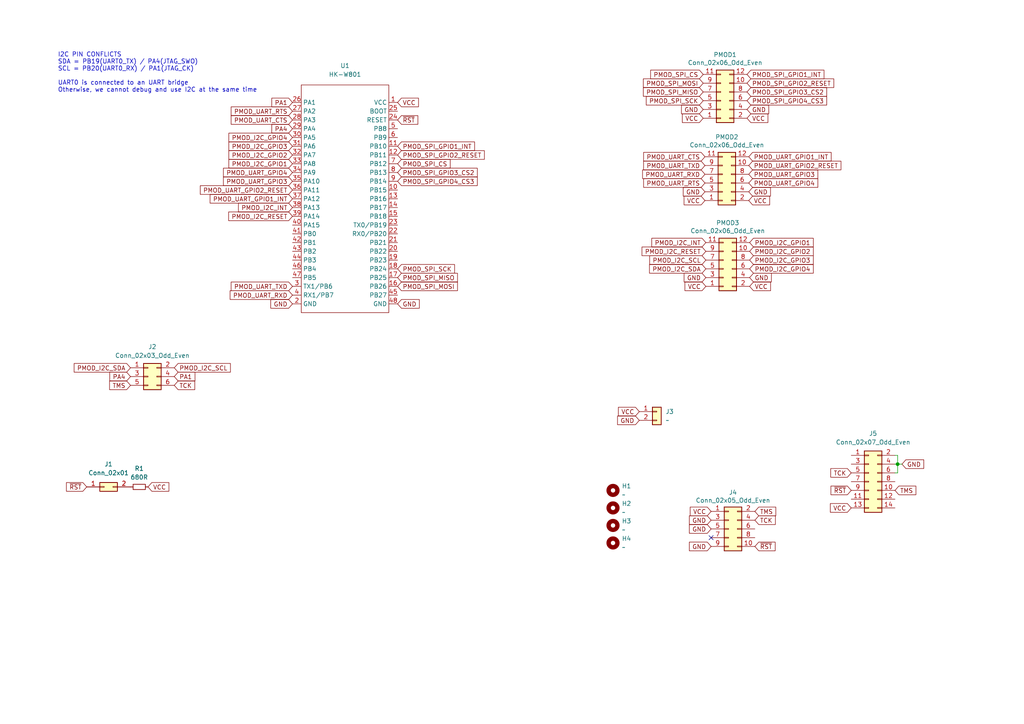
<source format=kicad_sch>
(kicad_sch (version 20211123) (generator eeschema)
  (paper "A4")
  (lib_symbols
    (symbol "AvS_Boards:HK-W801"
      (property "Reference" "U" (at 0 0 0))
      (property "Value" "HK-W801" (at 0 38.1 0))
      (symbol "HK-W801_0_1"
        (rectangle (start -12.7 34.29) (end 12.7 -31.75))
      )
      (symbol "HK-W801_1_1"
        (pin bidirectional line (at 15.24 29.21 180) (length 2.54) (name "VCC") (number "1"))
        (pin bidirectional line (at 15.24 3.81 180) (length 2.54) (name "PB15") (number "10"))
        (pin bidirectional line (at 15.24 16.51 180) (length 2.54) (name "PB10") (number "11"))
        (pin bidirectional line (at 15.24 13.97 180) (length 2.54) (name "PB11") (number "12"))
        (pin bidirectional line (at 15.24 1.27 180) (length 2.54) (name "PB16") (number "13"))
        (pin bidirectional line (at 15.24 -1.27 180) (length 2.54) (name "PB17") (number "14"))
        (pin bidirectional line (at 15.24 -3.81 180) (length 2.54) (name "PB18") (number "15"))
        (pin bidirectional line (at 15.24 -24.13 180) (length 2.54) (name "PB26") (number "16"))
        (pin bidirectional line (at 15.24 -21.59 180) (length 2.54) (name "PB25") (number "17"))
        (pin bidirectional line (at 15.24 -19.05 180) (length 2.54) (name "PB24") (number "18"))
        (pin bidirectional line (at 15.24 -16.51 180) (length 2.54) (name "PB23") (number "19"))
        (pin bidirectional line (at -15.24 -29.21 0) (length 2.54) (name "GND") (number "2"))
        (pin bidirectional line (at 15.24 -13.97 180) (length 2.54) (name "PB22") (number "20"))
        (pin bidirectional line (at 15.24 -11.43 180) (length 2.54) (name "PB21") (number "21"))
        (pin bidirectional line (at 15.24 -8.89 180) (length 2.54) (name "RX0/PB20") (number "22"))
        (pin bidirectional line (at 15.24 -6.35 180) (length 2.54) (name "TX0/PB19") (number "23"))
        (pin bidirectional line (at 15.24 24.13 180) (length 2.54) (name "RESET") (number "24"))
        (pin bidirectional line (at 15.24 26.67 180) (length 2.54) (name "BOOT") (number "25"))
        (pin bidirectional line (at -15.24 29.21 0) (length 2.54) (name "PA1") (number "26"))
        (pin bidirectional line (at -15.24 26.67 0) (length 2.54) (name "PA2") (number "27"))
        (pin bidirectional line (at -15.24 24.13 0) (length 2.54) (name "PA3") (number "28"))
        (pin bidirectional line (at -15.24 21.59 0) (length 2.54) (name "PA4") (number "29"))
        (pin bidirectional line (at -15.24 -24.13 0) (length 2.54) (name "TX1/PB6") (number "3"))
        (pin bidirectional line (at -15.24 19.05 0) (length 2.54) (name "PA5") (number "30"))
        (pin bidirectional line (at -15.24 16.51 0) (length 2.54) (name "PA6") (number "31"))
        (pin bidirectional line (at -15.24 13.97 0) (length 2.54) (name "PA7") (number "32"))
        (pin bidirectional line (at -15.24 11.43 0) (length 2.54) (name "PA8") (number "33"))
        (pin bidirectional line (at -15.24 8.89 0) (length 2.54) (name "PA9") (number "34"))
        (pin bidirectional line (at -15.24 6.35 0) (length 2.54) (name "PA10") (number "35"))
        (pin bidirectional line (at -15.24 3.81 0) (length 2.54) (name "PA11") (number "36"))
        (pin bidirectional line (at -15.24 1.27 0) (length 2.54) (name "PA12") (number "37"))
        (pin bidirectional line (at -15.24 -1.27 0) (length 2.54) (name "PA13") (number "38"))
        (pin bidirectional line (at -15.24 -3.81 0) (length 2.54) (name "PA14") (number "39"))
        (pin bidirectional line (at -15.24 -26.67 0) (length 2.54) (name "RX1/PB7") (number "4"))
        (pin bidirectional line (at -15.24 -6.35 0) (length 2.54) (name "PA15") (number "40"))
        (pin bidirectional line (at -15.24 -8.89 0) (length 2.54) (name "PB0") (number "41"))
        (pin bidirectional line (at -15.24 -11.43 0) (length 2.54) (name "PB1") (number "42"))
        (pin bidirectional line (at -15.24 -13.97 0) (length 2.54) (name "PB2") (number "43"))
        (pin bidirectional line (at -15.24 -16.51 0) (length 2.54) (name "PB3") (number "44"))
        (pin bidirectional line (at 15.24 -26.67 180) (length 2.54) (name "PB27") (number "45"))
        (pin bidirectional line (at -15.24 -19.05 0) (length 2.54) (name "PB4") (number "46"))
        (pin bidirectional line (at -15.24 -21.59 0) (length 2.54) (name "PB5") (number "47"))
        (pin bidirectional line (at 15.24 -29.21 180) (length 2.54) (name "GND") (number "48"))
        (pin bidirectional line (at 15.24 21.59 180) (length 2.54) (name "PB8") (number "5"))
        (pin bidirectional line (at 15.24 19.05 180) (length 2.54) (name "PB9") (number "6"))
        (pin bidirectional line (at 15.24 11.43 180) (length 2.54) (name "PB12") (number "7"))
        (pin bidirectional line (at 15.24 8.89 180) (length 2.54) (name "PB13") (number "8"))
        (pin bidirectional line (at 15.24 6.35 180) (length 2.54) (name "PB14") (number "9"))
      )
    )
    (symbol "Connector_Generic:Conn_01x02" (pin_names (offset 1.016) hide)
      (property "Reference" "J" (at 0 2.54 0))
      (property "Value" "Conn_01x02" (at 0 -5.08 0))
      (symbol "Conn_01x02_1_1"
        (rectangle (start -1.27 -2.413) (end 0 -2.667) (stroke (width 0.1524)))
        (rectangle (start -1.27 0.127) (end 0 -0.127) (stroke (width 0.1524)))
        (rectangle (start -1.27 1.27) (end 1.27 -3.81) (stroke (width 0.254)) (fill (type background)))
        (pin passive line (at -5.08 0 0) (length 3.81) (name "Pin_1") (number "1"))
        (pin passive line (at -5.08 -2.54 0) (length 3.81) (name "Pin_2") (number "2"))
      )
    )
    (symbol "Connector_Generic:Conn_02x01" (pin_names (offset 1.016) hide)
      (property "Reference" "J" (at 1.27 2.54 0))
      (property "Value" "Conn_02x01" (at 1.27 -2.54 0))
      (symbol "Conn_02x01_1_1"
        (rectangle (start -1.27 0.127) (end 0 -0.127) (stroke (width 0.1524)))
        (rectangle (start -1.27 1.27) (end 3.81 -1.27) (stroke (width 0.254)) (fill (type background)))
        (rectangle (start 3.81 0.127) (end 2.54 -0.127) (stroke (width 0.1524)))
        (pin passive line (at -5.08 0 0) (length 3.81) (name "Pin_1") (number "1"))
        (pin passive line (at 7.62 0 180) (length 3.81) (name "Pin_2") (number "2"))
      )
    )
    (symbol "Connector_Generic:Conn_02x03_Odd_Even" (pin_names (offset 1.016) hide)
      (property "Reference" "J" (at 1.27 5.08 0))
      (property "Value" "Conn_02x03_Odd_Even" (at 1.27 -5.08 0))
      (symbol "Conn_02x03_Odd_Even_1_1"
        (rectangle (start -1.27 -2.413) (end 0 -2.667) (stroke (width 0.1524)))
        (rectangle (start -1.27 0.127) (end 0 -0.127) (stroke (width 0.1524)))
        (rectangle (start -1.27 2.667) (end 0 2.413) (stroke (width 0.1524)))
        (rectangle (start -1.27 3.81) (end 3.81 -3.81) (stroke (width 0.254)) (fill (type background)))
        (rectangle (start 3.81 -2.413) (end 2.54 -2.667) (stroke (width 0.1524)))
        (rectangle (start 3.81 0.127) (end 2.54 -0.127) (stroke (width 0.1524)))
        (rectangle (start 3.81 2.667) (end 2.54 2.413) (stroke (width 0.1524)))
        (pin passive line (at -5.08 2.54 0) (length 3.81) (name "Pin_1") (number "1"))
        (pin passive line (at 7.62 2.54 180) (length 3.81) (name "Pin_2") (number "2"))
        (pin passive line (at -5.08 0 0) (length 3.81) (name "Pin_3") (number "3"))
        (pin passive line (at 7.62 0 180) (length 3.81) (name "Pin_4") (number "4"))
        (pin passive line (at -5.08 -2.54 0) (length 3.81) (name "Pin_5") (number "5"))
        (pin passive line (at 7.62 -2.54 180) (length 3.81) (name "Pin_6") (number "6"))
      )
    )
    (symbol "Connector_Generic:Conn_02x05_Odd_Even" (pin_names (offset 1.016) hide)
      (property "Reference" "J" (at 1.27 7.62 0))
      (property "Value" "Conn_02x05_Odd_Even" (at 1.27 -7.62 0))
      (symbol "Conn_02x05_Odd_Even_1_1"
        (rectangle (start -1.27 -4.953) (end 0 -5.207) (stroke (width 0.1524)))
        (rectangle (start -1.27 -2.413) (end 0 -2.667) (stroke (width 0.1524)))
        (rectangle (start -1.27 0.127) (end 0 -0.127) (stroke (width 0.1524)))
        (rectangle (start -1.27 2.667) (end 0 2.413) (stroke (width 0.1524)))
        (rectangle (start -1.27 5.207) (end 0 4.953) (stroke (width 0.1524)))
        (rectangle (start -1.27 6.35) (end 3.81 -6.35) (stroke (width 0.254)) (fill (type background)))
        (rectangle (start 3.81 -4.953) (end 2.54 -5.207) (stroke (width 0.1524)))
        (rectangle (start 3.81 -2.413) (end 2.54 -2.667) (stroke (width 0.1524)))
        (rectangle (start 3.81 0.127) (end 2.54 -0.127) (stroke (width 0.1524)))
        (rectangle (start 3.81 2.667) (end 2.54 2.413) (stroke (width 0.1524)))
        (rectangle (start 3.81 5.207) (end 2.54 4.953) (stroke (width 0.1524)))
        (pin passive line (at -5.08 5.08 0) (length 3.81) (name "Pin_1") (number "1"))
        (pin passive line (at 7.62 -5.08 180) (length 3.81) (name "Pin_10") (number "10"))
        (pin passive line (at 7.62 5.08 180) (length 3.81) (name "Pin_2") (number "2"))
        (pin passive line (at -5.08 2.54 0) (length 3.81) (name "Pin_3") (number "3"))
        (pin passive line (at 7.62 2.54 180) (length 3.81) (name "Pin_4") (number "4"))
        (pin passive line (at -5.08 0 0) (length 3.81) (name "Pin_5") (number "5"))
        (pin passive line (at 7.62 0 180) (length 3.81) (name "Pin_6") (number "6"))
        (pin passive line (at -5.08 -2.54 0) (length 3.81) (name "Pin_7") (number "7"))
        (pin passive line (at 7.62 -2.54 180) (length 3.81) (name "Pin_8") (number "8"))
        (pin passive line (at -5.08 -5.08 0) (length 3.81) (name "Pin_9") (number "9"))
      )
    )
    (symbol "Connector_Generic:Conn_02x06_Odd_Even" (pin_names (offset 1.016) hide)
      (property "Reference" "J" (at 1.27 7.62 0))
      (property "Value" "Conn_02x06_Odd_Even" (at 1.27 -10.16 0))
      (symbol "Conn_02x06_Odd_Even_1_1"
        (rectangle (start -1.27 -7.493) (end 0 -7.747) (stroke (width 0.1524)))
        (rectangle (start -1.27 -4.953) (end 0 -5.207) (stroke (width 0.1524)))
        (rectangle (start -1.27 -2.413) (end 0 -2.667) (stroke (width 0.1524)))
        (rectangle (start -1.27 0.127) (end 0 -0.127) (stroke (width 0.1524)))
        (rectangle (start -1.27 2.667) (end 0 2.413) (stroke (width 0.1524)))
        (rectangle (start -1.27 5.207) (end 0 4.953) (stroke (width 0.1524)))
        (rectangle (start -1.27 6.35) (end 3.81 -8.89) (stroke (width 0.254)) (fill (type background)))
        (rectangle (start 3.81 -7.493) (end 2.54 -7.747) (stroke (width 0.1524)))
        (rectangle (start 3.81 -4.953) (end 2.54 -5.207) (stroke (width 0.1524)))
        (rectangle (start 3.81 -2.413) (end 2.54 -2.667) (stroke (width 0.1524)))
        (rectangle (start 3.81 0.127) (end 2.54 -0.127) (stroke (width 0.1524)))
        (rectangle (start 3.81 2.667) (end 2.54 2.413) (stroke (width 0.1524)))
        (rectangle (start 3.81 5.207) (end 2.54 4.953) (stroke (width 0.1524)))
        (pin passive line (at -5.08 5.08 0) (length 3.81) (name "Pin_1") (number "1"))
        (pin passive line (at 7.62 -5.08 180) (length 3.81) (name "Pin_10") (number "10"))
        (pin passive line (at -5.08 -7.62 0) (length 3.81) (name "Pin_11") (number "11"))
        (pin passive line (at 7.62 -7.62 180) (length 3.81) (name "Pin_12") (number "12"))
        (pin passive line (at 7.62 5.08 180) (length 3.81) (name "Pin_2") (number "2"))
        (pin passive line (at -5.08 2.54 0) (length 3.81) (name "Pin_3") (number "3"))
        (pin passive line (at 7.62 2.54 180) (length 3.81) (name "Pin_4") (number "4"))
        (pin passive line (at -5.08 0 0) (length 3.81) (name "Pin_5") (number "5"))
        (pin passive line (at 7.62 0 180) (length 3.81) (name "Pin_6") (number "6"))
        (pin passive line (at -5.08 -2.54 0) (length 3.81) (name "Pin_7") (number "7"))
        (pin passive line (at 7.62 -2.54 180) (length 3.81) (name "Pin_8") (number "8"))
        (pin passive line (at -5.08 -5.08 0) (length 3.81) (name "Pin_9") (number "9"))
      )
    )
    (symbol "Connector_Generic:Conn_02x07_Odd_Even" (pin_names (offset 1.016) hide)
      (property "Reference" "J" (at 1.27 10.16 0))
      (property "Value" "Conn_02x07_Odd_Even" (at 1.27 -10.16 0))
      (symbol "Conn_02x07_Odd_Even_1_1"
        (rectangle (start -1.27 -7.493) (end 0 -7.747) (stroke (width 0.1524)))
        (rectangle (start -1.27 -4.953) (end 0 -5.207) (stroke (width 0.1524)))
        (rectangle (start -1.27 -2.413) (end 0 -2.667) (stroke (width 0.1524)))
        (rectangle (start -1.27 0.127) (end 0 -0.127) (stroke (width 0.1524)))
        (rectangle (start -1.27 2.667) (end 0 2.413) (stroke (width 0.1524)))
        (rectangle (start -1.27 5.207) (end 0 4.953) (stroke (width 0.1524)))
        (rectangle (start -1.27 7.747) (end 0 7.493) (stroke (width 0.1524)))
        (rectangle (start -1.27 8.89) (end 3.81 -8.89) (stroke (width 0.254)) (fill (type background)))
        (rectangle (start 3.81 -7.493) (end 2.54 -7.747) (stroke (width 0.1524)))
        (rectangle (start 3.81 -4.953) (end 2.54 -5.207) (stroke (width 0.1524)))
        (rectangle (start 3.81 -2.413) (end 2.54 -2.667) (stroke (width 0.1524)))
        (rectangle (start 3.81 0.127) (end 2.54 -0.127) (stroke (width 0.1524)))
        (rectangle (start 3.81 2.667) (end 2.54 2.413) (stroke (width 0.1524)))
        (rectangle (start 3.81 5.207) (end 2.54 4.953) (stroke (width 0.1524)))
        (rectangle (start 3.81 7.747) (end 2.54 7.493) (stroke (width 0.1524)))
        (pin passive line (at -5.08 7.62 0) (length 3.81) (name "Pin_1") (number "1"))
        (pin passive line (at 7.62 -2.54 180) (length 3.81) (name "Pin_10") (number "10"))
        (pin passive line (at -5.08 -5.08 0) (length 3.81) (name "Pin_11") (number "11"))
        (pin passive line (at 7.62 -5.08 180) (length 3.81) (name "Pin_12") (number "12"))
        (pin passive line (at -5.08 -7.62 0) (length 3.81) (name "Pin_13") (number "13"))
        (pin passive line (at 7.62 -7.62 180) (length 3.81) (name "Pin_14") (number "14"))
        (pin passive line (at 7.62 7.62 180) (length 3.81) (name "Pin_2") (number "2"))
        (pin passive line (at -5.08 5.08 0) (length 3.81) (name "Pin_3") (number "3"))
        (pin passive line (at 7.62 5.08 180) (length 3.81) (name "Pin_4") (number "4"))
        (pin passive line (at -5.08 2.54 0) (length 3.81) (name "Pin_5") (number "5"))
        (pin passive line (at 7.62 2.54 180) (length 3.81) (name "Pin_6") (number "6"))
        (pin passive line (at -5.08 0 0) (length 3.81) (name "Pin_7") (number "7"))
        (pin passive line (at 7.62 0 180) (length 3.81) (name "Pin_8") (number "8"))
        (pin passive line (at -5.08 -2.54 0) (length 3.81) (name "Pin_9") (number "9"))
      )
    )
    (symbol "Device:R_Small" (pin_numbers hide) (pin_names (offset 0.254) hide)
      (property "Reference" "R" (at 0.762 0.508 0))
      (property "Value" "R_Small" (at 0.762 -1.016 0))
      (symbol "R_Small_0_1"
        (rectangle (start -0.762 1.778) (end 0.762 -1.778) (stroke (width 0.2032)))
      )
      (symbol "R_Small_1_1"
        (pin passive line (at 0 2.54 270) (length 0.762) (name "~") (number "1"))
        (pin passive line (at 0 -2.54 90) (length 0.762) (name "~") (number "2"))
      )
    )
    (symbol "Mechanical:MountingHole" (pin_names (offset 1.016))
      (property "Reference" "H" (at 0 5.08 0))
      (property "Value" "MountingHole" (at 0 3.175 0))
      (symbol "MountingHole_0_1"
        (circle (center 0 0) (radius 1.27) (stroke (width 1.27)))
      )
    )
  )
  (junction (at 260.35 134.62))
  (no_connect (at 206.248 155.956))
  (wire (pts (xy 260.35 137.16) (xy 260.35 134.62)))
  (wire (pts (xy 260.35 134.62) (xy 261.62 134.62)))
  (wire (pts (xy 259.588 134.62) (xy 260.35 134.62)))
  (wire (pts (xy 260.35 132.08) (xy 260.35 134.62)))
  (wire (pts (xy 259.588 132.08) (xy 260.35 132.08)))
  (wire (pts (xy 259.588 137.16) (xy 260.35 137.16)))
  (text "I2C PIN CONFLICTS\nSDA = PB19(UART0_TX) / PA4(JTAG_SWO)\nSCL = PB20(UART0_RX) / PA1(JTAG_CK)\n\nUART0 is connected to an UART bridge\nOtherwise, we cannot debug and use I2C at the same time" (at 16.764 26.924 0) (effects (font (size 1.27 1.27)) (justify left bottom)))
  (global_label "GND" (shape input) (at 217.424 80.518 0) (property "Intersheet-verwijzingen" "${INTERSHEET_REFS}" (effects hide)))
  (global_label "PMOD_I2C_GPIO3" (shape input) (at 84.836 42.418 180) (property "Intersheet-verwijzingen" "${INTERSHEET_REFS}" (effects hide)))
  (global_label "TCK" (shape input) (at 246.888 137.16 180) (property "Intersheet-verwijzingen" "${INTERSHEET_REFS}" (effects hide)))
  (global_label "PMOD_I2C_INT" (shape input) (at 204.724 70.358 180) (property "Intersheet-verwijzingen" "${INTERSHEET_REFS}" (effects hide)))
  (global_label "PMOD_UART_GPIO3" (shape input) (at 84.836 52.578 180) (property "Intersheet-verwijzingen" "${INTERSHEET_REFS}" (effects hide)))
  (global_label "VCC" (shape input) (at 185.42 119.38 180) (property "Intersheet-verwijzingen" "${INTERSHEET_REFS}" (effects hide)))
  (global_label "GND" (shape input) (at 216.662 31.75 0) (property "Intersheet-verwijzingen" "${INTERSHEET_REFS}" (effects hide)))
  (global_label "GND" (shape input) (at 206.248 150.876 180) (property "Intersheet-verwijzingen" "${INTERSHEET_REFS}" (effects hide)))
  (global_label "~{RST}" (shape input) (at 246.888 142.24 180) (property "Intersheet-verwijzingen" "${INTERSHEET_REFS}" (effects hide)))
  (global_label "GND" (shape input) (at 261.62 134.62 0) (property "Intersheet-verwijzingen" "${INTERSHEET_REFS}" (effects hide)))
  (global_label "PMOD_UART_GPIO1_INT" (shape input) (at 84.836 57.658 180) (property "Intersheet-verwijzingen" "${INTERSHEET_REFS}" (effects hide)))
  (global_label "PMOD_UART_GPIO4" (shape input) (at 217.17 53.086 0) (property "Intersheet-verwijzingen" "${INTERSHEET_REFS}" (effects hide)))
  (global_label "PMOD_UART_TXD" (shape input) (at 204.47 48.006 180) (property "Intersheet-verwijzingen" "${INTERSHEET_REFS}" (effects hide)))
  (global_label "PA4" (shape input) (at 84.836 37.338 180) (property "Intersheet-verwijzingen" "${INTERSHEET_REFS}" (effects hide)))
  (global_label "PMOD_UART_RTS" (shape input) (at 84.836 32.258 180) (property "Intersheet-verwijzingen" "${INTERSHEET_REFS}" (effects hide)))
  (global_label "PMOD_SPI_GPIO1_INT" (shape input) (at 216.662 21.59 0) (property "Intersheet-verwijzingen" "${INTERSHEET_REFS}" (effects hide)))
  (global_label "PMOD_I2C_INT" (shape input) (at 84.836 60.198 180) (property "Intersheet-verwijzingen" "${INTERSHEET_REFS}" (effects hide)))
  (global_label "GND" (shape input) (at 217.17 55.626 0) (property "Intersheet-verwijzingen" "${INTERSHEET_REFS}" (effects hide)))
  (global_label "PMOD_UART_RXD" (shape input) (at 204.47 50.546 180) (property "Intersheet-verwijzingen" "${INTERSHEET_REFS}" (effects hide)))
  (global_label "PMOD_SPI_GPIO4_CS3" (shape input) (at 216.662 29.21 0) (property "Intersheet-verwijzingen" "${INTERSHEET_REFS}" (effects hide)))
  (global_label "GND" (shape input) (at 84.836 88.138 180) (property "Intersheet-verwijzingen" "${INTERSHEET_REFS}" (effects hide)))
  (global_label "PMOD_I2C_GPIO3" (shape input) (at 217.424 75.438 0) (property "Intersheet-verwijzingen" "${INTERSHEET_REFS}" (effects hide)))
  (global_label "PMOD_SPI_CS" (shape input) (at 203.962 21.59 180) (property "Intersheet-verwijzingen" "${INTERSHEET_REFS}" (effects hide)))
  (global_label "PMOD_SPI_MOSI" (shape input) (at 115.316 83.058 0) (property "Intersheet-verwijzingen" "${INTERSHEET_REFS}" (effects hide)))
  (global_label "PMOD_I2C_SCL" (shape input) (at 50.546 106.68 0) (property "Intersheet-verwijzingen" "${INTERSHEET_REFS}" (effects hide)))
  (global_label "PMOD_I2C_RESET" (shape input) (at 84.836 62.738 180) (property "Intersheet-verwijzingen" "${INTERSHEET_REFS}" (effects hide)))
  (global_label "VCC" (shape input) (at 42.926 141.224 0) (property "Intersheet-verwijzingen" "${INTERSHEET_REFS}" (effects hide)))
  (global_label "PMOD_UART_GPIO1_INT" (shape input) (at 217.17 45.466 0) (property "Intersheet-verwijzingen" "${INTERSHEET_REFS}" (effects hide)))
  (global_label "PMOD_SPI_GPIO3_CS2" (shape input) (at 216.662 26.67 0) (property "Intersheet-verwijzingen" "${INTERSHEET_REFS}" (effects hide)))
  (global_label "PMOD_SPI_CS" (shape input) (at 115.316 47.498 0) (property "Intersheet-verwijzingen" "${INTERSHEET_REFS}" (effects hide)))
  (global_label "PMOD_SPI_MOSI" (shape input) (at 203.962 24.13 180) (property "Intersheet-verwijzingen" "${INTERSHEET_REFS}" (effects hide)))
  (global_label "PA1" (shape input) (at 84.836 29.718 180) (property "Intersheet-verwijzingen" "${INTERSHEET_REFS}" (effects hide)))
  (global_label "VCC" (shape input) (at 217.424 83.058 0) (property "Intersheet-verwijzingen" "${INTERSHEET_REFS}" (effects hide)))
  (global_label "PA1" (shape input) (at 50.546 109.22 0) (property "Intersheet-verwijzingen" "${INTERSHEET_REFS}" (effects hide)))
  (global_label "~{RST}" (shape input) (at 218.948 158.496 0) (property "Intersheet-verwijzingen" "${INTERSHEET_REFS}" (effects hide)))
  (global_label "GND" (shape input) (at 206.248 153.416 180) (property "Intersheet-verwijzingen" "${INTERSHEET_REFS}" (effects hide)))
  (global_label "PMOD_SPI_SCK" (shape input) (at 203.962 29.21 180) (property "Intersheet-verwijzingen" "${INTERSHEET_REFS}" (effects hide)))
  (global_label "GND" (shape input) (at 204.47 55.626 180) (property "Intersheet-verwijzingen" "${INTERSHEET_REFS}" (effects hide)))
  (global_label "PMOD_SPI_GPIO3_CS2" (shape input) (at 115.316 50.038 0) (property "Intersheet-verwijzingen" "${INTERSHEET_REFS}" (effects hide)))
  (global_label "PMOD_SPI_SCK" (shape input) (at 115.316 77.978 0) (property "Intersheet-verwijzingen" "${INTERSHEET_REFS}" (effects hide)))
  (global_label "VCC" (shape input) (at 204.724 83.058 180) (property "Intersheet-verwijzingen" "${INTERSHEET_REFS}" (effects hide)))
  (global_label "PMOD_I2C_SCL" (shape input) (at 204.724 75.438 180) (property "Intersheet-verwijzingen" "${INTERSHEET_REFS}" (effects hide)))
  (global_label "VCC" (shape input) (at 115.316 29.718 0) (property "Intersheet-verwijzingen" "${INTERSHEET_REFS}" (effects hide)))
  (global_label "PMOD_I2C_GPIO4" (shape input) (at 217.424 77.978 0) (property "Intersheet-verwijzingen" "${INTERSHEET_REFS}" (effects hide)))
  (global_label "PMOD_UART_TXD" (shape input) (at 84.836 83.058 180) (property "Intersheet-verwijzingen" "${INTERSHEET_REFS}" (effects hide)))
  (global_label "VCC" (shape input) (at 204.47 58.166 180) (property "Intersheet-verwijzingen" "${INTERSHEET_REFS}" (effects hide)))
  (global_label "PMOD_UART_CTS" (shape input) (at 204.47 45.466 180) (property "Intersheet-verwijzingen" "${INTERSHEET_REFS}" (effects hide)))
  (global_label "PMOD_UART_GPIO4" (shape input) (at 84.836 50.038 180) (property "Intersheet-verwijzingen" "${INTERSHEET_REFS}" (effects hide)))
  (global_label "PMOD_SPI_MISO" (shape input) (at 203.962 26.67 180) (property "Intersheet-verwijzingen" "${INTERSHEET_REFS}" (effects hide)))
  (global_label "PMOD_UART_RTS" (shape input) (at 204.47 53.086 180) (property "Intersheet-verwijzingen" "${INTERSHEET_REFS}" (effects hide)))
  (global_label "PMOD_SPI_GPIO2_RESET" (shape input) (at 115.316 44.958 0) (property "Intersheet-verwijzingen" "${INTERSHEET_REFS}" (effects hide)))
  (global_label "PMOD_SPI_GPIO1_INT" (shape input) (at 115.316 42.418 0) (property "Intersheet-verwijzingen" "${INTERSHEET_REFS}" (effects hide)))
  (global_label "PA4" (shape input) (at 37.846 109.22 180) (property "Intersheet-verwijzingen" "${INTERSHEET_REFS}" (effects hide)))
  (global_label "PMOD_SPI_GPIO2_RESET" (shape input) (at 216.662 24.13 0) (property "Intersheet-verwijzingen" "${INTERSHEET_REFS}" (effects hide)))
  (global_label "PMOD_SPI_GPIO4_CS3" (shape input) (at 115.316 52.578 0) (property "Intersheet-verwijzingen" "${INTERSHEET_REFS}" (effects hide)))
  (global_label "PMOD_UART_RXD" (shape input) (at 84.836 85.598 180) (property "Intersheet-verwijzingen" "${INTERSHEET_REFS}" (effects hide)))
  (global_label "PMOD_UART_GPIO2_RESET" (shape input) (at 84.836 55.118 180) (property "Intersheet-verwijzingen" "${INTERSHEET_REFS}" (effects hide)))
  (global_label "~{RST}" (shape input) (at 115.316 34.798 0) (property "Intersheet-verwijzingen" "${INTERSHEET_REFS}" (effects hide)))
  (global_label "PMOD_I2C_GPIO2" (shape input) (at 84.836 44.958 180) (property "Intersheet-verwijzingen" "${INTERSHEET_REFS}" (effects hide)))
  (global_label "PMOD_UART_GPIO2_RESET" (shape input) (at 217.17 48.006 0) (property "Intersheet-verwijzingen" "${INTERSHEET_REFS}" (effects hide)))
  (global_label "TMS" (shape input) (at 259.588 142.24 0) (property "Intersheet-verwijzingen" "${INTERSHEET_REFS}" (effects hide)))
  (global_label "TMS" (shape input) (at 37.846 111.76 180) (property "Intersheet-verwijzingen" "${INTERSHEET_REFS}" (effects hide)))
  (global_label "VCC" (shape input) (at 246.888 147.32 180) (property "Intersheet-verwijzingen" "${INTERSHEET_REFS}" (effects hide)))
  (global_label "PMOD_I2C_GPIO1" (shape input) (at 84.836 47.498 180) (property "Intersheet-verwijzingen" "${INTERSHEET_REFS}" (effects hide)))
  (global_label "GND" (shape input) (at 206.248 158.496 180) (property "Intersheet-verwijzingen" "${INTERSHEET_REFS}" (effects hide)))
  (global_label "TCK" (shape input) (at 218.948 150.876 0) (property "Intersheet-verwijzingen" "${INTERSHEET_REFS}" (effects hide)))
  (global_label "GND" (shape input) (at 203.962 31.75 180) (property "Intersheet-verwijzingen" "${INTERSHEET_REFS}" (effects hide)))
  (global_label "PMOD_I2C_GPIO4" (shape input) (at 84.836 39.878 180) (property "Intersheet-verwijzingen" "${INTERSHEET_REFS}" (effects hide)))
  (global_label "PMOD_UART_GPIO3" (shape input) (at 217.17 50.546 0) (property "Intersheet-verwijzingen" "${INTERSHEET_REFS}" (effects hide)))
  (global_label "VCC" (shape input) (at 206.248 148.336 180) (property "Intersheet-verwijzingen" "${INTERSHEET_REFS}" (effects hide)))
  (global_label "PMOD_I2C_SDA" (shape input) (at 204.724 77.978 180) (property "Intersheet-verwijzingen" "${INTERSHEET_REFS}" (effects hide)))
  (global_label "GND" (shape input) (at 204.724 80.518 180) (property "Intersheet-verwijzingen" "${INTERSHEET_REFS}" (effects hide)))
  (global_label "PMOD_SPI_MISO" (shape input) (at 115.316 80.518 0) (property "Intersheet-verwijzingen" "${INTERSHEET_REFS}" (effects hide)))
  (global_label "PMOD_I2C_RESET" (shape input) (at 204.724 72.898 180) (property "Intersheet-verwijzingen" "${INTERSHEET_REFS}" (effects hide)))
  (global_label "~{RST}" (shape input) (at 25.146 141.224 180) (property "Intersheet-verwijzingen" "${INTERSHEET_REFS}" (effects hide)))
  (global_label "TCK" (shape input) (at 50.546 111.76 0) (property "Intersheet-verwijzingen" "${INTERSHEET_REFS}" (effects hide)))
  (global_label "PMOD_I2C_GPIO2" (shape input) (at 217.424 72.898 0) (property "Intersheet-verwijzingen" "${INTERSHEET_REFS}" (effects hide)))
  (global_label "PMOD_I2C_GPIO1" (shape input) (at 217.424 70.358 0) (property "Intersheet-verwijzingen" "${INTERSHEET_REFS}" (effects hide)))
  (global_label "PMOD_I2C_SDA" (shape input) (at 37.846 106.68 180) (property "Intersheet-verwijzingen" "${INTERSHEET_REFS}" (effects hide)))
  (global_label "VCC" (shape input) (at 203.962 34.29 180) (property "Intersheet-verwijzingen" "${INTERSHEET_REFS}" (effects hide)))
  (global_label "VCC" (shape input) (at 217.17 58.166 0) (property "Intersheet-verwijzingen" "${INTERSHEET_REFS}" (effects hide)))
  (global_label "VCC" (shape input) (at 216.662 34.29 0) (property "Intersheet-verwijzingen" "${INTERSHEET_REFS}" (effects hide)))
  (global_label "GND" (shape input) (at 115.316 88.138 0) (property "Intersheet-verwijzingen" "${INTERSHEET_REFS}" (effects hide)))
  (global_label "GND" (shape input) (at 185.42 121.92 180) (property "Intersheet-verwijzingen" "${INTERSHEET_REFS}" (effects hide)))
  (global_label "PMOD_UART_CTS" (shape input) (at 84.836 34.798 180) (property "Intersheet-verwijzingen" "${INTERSHEET_REFS}" (effects hide)))
  (global_label "TMS" (shape input) (at 218.948 148.336 0) (property "Intersheet-verwijzingen" "${INTERSHEET_REFS}" (effects hide)))
  (symbol (lib_id "Connector_Generic:Conn_02x06_Odd_Even") (at 209.804 77.978 0) (mirror x) (unit 1)
    (property "Reference" "PMOD3" (at 211.074 64.643 0))
    (property "Value" "Conn_02x06_Odd_Even" (at 211.074 66.9544 0))
    (property "Footprint" "Connector_PinSocket_2.54mm:PinSocket_2x06_P2.54mm_Horizontal" (effects hide))
  )
  (symbol (lib_id "Connector_Generic:Conn_02x06_Odd_Even") (at 209.042 29.21 0) (mirror x) (unit 1)
    (property "Reference" "PMOD1" (at 210.312 15.875 0))
    (property "Value" "Conn_02x06_Odd_Even" (at 210.312 18.1864 0))
    (property "Footprint" "Connector_PinSocket_2.54mm:PinSocket_2x06_P2.54mm_Horizontal" (effects hide))
  )
  (symbol (lib_id "Connector_Generic:Conn_02x06_Odd_Even") (at 209.55 53.086 0) (mirror x) (unit 1)
    (property "Reference" "PMOD2" (at 210.82 39.751 0))
    (property "Value" "Conn_02x06_Odd_Even" (at 210.82 42.0624 0))
    (property "Footprint" "Connector_PinSocket_2.54mm:PinSocket_2x06_P2.54mm_Horizontal" (effects hide))
  )
  (symbol (lib_id "Device:R_Small") (at 40.386 141.224 90) (unit 1)
    (property "Reference" "R1" (at 40.386 135.89 90))
    (property "Value" "680R" (at 40.386 138.43 90))
    (property "Footprint" "Resistor_SMD:R_0805_2012Metric_Pad1.20x1.40mm_HandSolder" (effects hide))
  )
  (symbol (lib_id "Mechanical:MountingHole") (at 177.8 142.24 0) (unit 1)
    (property "Reference" "H1" (at 180.34 140.9699 0) (effects (justify left)))
    (property "Value" "~" (at 180.34 143.5099 0) (effects (justify left)))
    (property "Footprint" "MountingHole:MountingHole_3.2mm_M3_Pad_Via" (effects hide))
  )
  (symbol (lib_id "Connector_Generic:Conn_01x02") (at 190.5 119.38 0) (unit 1)
    (property "Reference" "J3" (at 193.04 119.3799 0) (effects (justify left)))
    (property "Value" "~" (at 193.04 121.9199 0) (effects (justify left)))
    (property "Footprint" "Connector_PinHeader_2.54mm:PinHeader_1x02_P2.54mm_Vertical" (effects hide))
  )
  (symbol (lib_id "Connector_Generic:Conn_02x01") (at 30.226 141.224 0) (unit 1)
    (property "Reference" "J1" (at 31.496 134.62 0))
    (property "Value" "Conn_02x01" (at 31.496 137.16 0))
    (property "Footprint" "Connector_PinHeader_2.54mm:PinHeader_1x02_P2.54mm_Vertical" (effects hide))
  )
  (symbol (lib_id "Connector_Generic:Conn_02x05_Odd_Even") (at 211.328 153.416 0) (unit 1)
    (property "Reference" "J4" (at 212.598 142.8242 0))
    (property "Value" "Conn_02x05_Odd_Even" (at 212.598 145.1356 0))
    (property "Footprint" "Connector_PinHeader_1.27mm:PinHeader_2x05_P1.27mm_Vertical" (effects hide))
  )
  (symbol (lib_id "Mechanical:MountingHole") (at 177.8 152.4 0) (unit 1)
    (property "Reference" "H3" (at 180.34 151.1299 0) (effects (justify left)))
    (property "Value" "~" (at 180.34 153.6699 0) (effects (justify left)))
    (property "Footprint" "MountingHole:MountingHole_3.2mm_M3_Pad_Via" (effects hide))
  )
  (symbol (lib_id "Connector_Generic:Conn_02x07_Odd_Even") (at 251.968 139.7 0) (unit 1)
    (property "Reference" "J5" (at 253.238 125.73 0))
    (property "Value" "Conn_02x07_Odd_Even" (at 253.238 128.27 0))
    (property "Footprint" "Connector_IDC:IDC-Header_2x07_P2.54mm_Vertical" (effects hide))
  )
  (symbol (lib_id "AvS_Boards:HK-W801") (at 100.076 58.928 0) (unit 1)
    (property "Reference" "U1" (at 100.076 19.05 0))
    (property "Value" "HK-W801" (at 100.076 21.59 0))
    (property "Footprint" "AvS_CoreBoards:HK-W80x" (effects hide))
  )
  (symbol (lib_id "Connector_Generic:Conn_02x03_Odd_Even") (at 42.926 109.22 0) (unit 1)
    (property "Reference" "J2" (at 44.196 100.584 0))
    (property "Value" "Conn_02x03_Odd_Even" (at 44.196 103.124 0))
    (property "Footprint" "Connector_PinHeader_2.54mm:PinHeader_2x03_P2.54mm_Vertical" (effects hide))
  )
  (symbol (lib_id "Mechanical:MountingHole") (at 177.8 147.32 0) (unit 1)
    (property "Reference" "H2" (at 180.34 146.0499 0) (effects (justify left)))
    (property "Value" "~" (at 180.34 148.5899 0) (effects (justify left)))
    (property "Footprint" "MountingHole:MountingHole_3.2mm_M3_Pad_Via" (effects hide))
  )
  (symbol (lib_id "Mechanical:MountingHole") (at 177.8 157.48 0) (unit 1)
    (property "Reference" "H4" (at 180.34 156.2099 0) (effects (justify left)))
    (property "Value" "~" (at 180.34 158.7499 0) (effects (justify left)))
    (property "Footprint" "MountingHole:MountingHole_3.2mm_M3_Pad_Via" (effects hide))
  )
)
</source>
